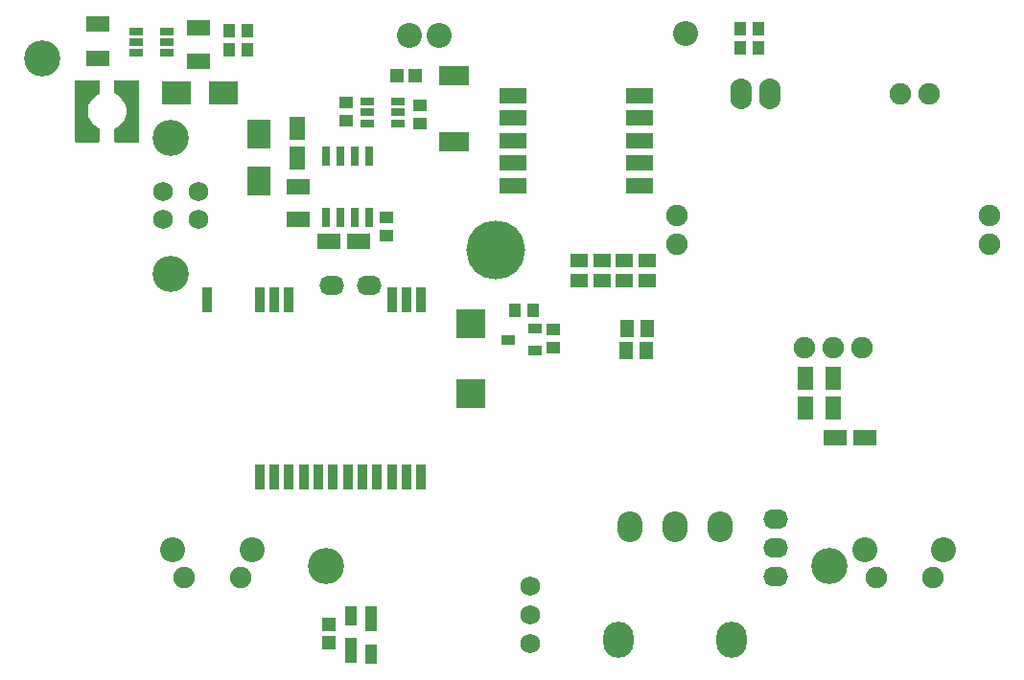
<source format=gbs>
%FSTAX25Y25*%
%MOIN*%
%SFA1B1*%

%IPPOS*%
%ADD65R,0.043430X0.047370*%
%ADD66C,0.068000*%
%ADD67R,0.049340X0.033590*%
%ADD73R,0.047370X0.043430*%
%ADD74R,0.031620X0.069020*%
%ADD76R,0.049340X0.063120*%
%ADD77R,0.047370X0.045400*%
%ADD79R,0.045400X0.047370*%
%ADD84R,0.063120X0.049340*%
%ADD85C,0.086740*%
%ADD86C,0.074930*%
%ADD87O,0.074930X0.106420*%
%ADD88O,0.086740X0.068000*%
%ADD89O,0.106420X0.126110*%
%ADD90O,0.086740X0.106420*%
%ADD91C,0.126110*%
%ADD92C,0.204850*%
%ADD93O,0.086740X0.068000*%
%ADD94R,0.078870X0.102490*%
%ADD95R,0.078870X0.053280*%
%ADD96R,0.078870X0.057210*%
%ADD97R,0.094610X0.057210*%
%ADD98R,0.057210X0.078870*%
%ADD99R,0.051310X0.029650*%
%ADD100R,0.025720X0.067060*%
%ADD101R,0.078870X0.053280*%
%ADD102R,0.049340X0.031620*%
%ADD103R,0.102490X0.078870*%
%ADD104R,0.027690X0.027690*%
%ADD105R,0.104460X0.100520*%
%ADD106R,0.041470X0.067060*%
%ADD107R,0.041470X0.090680*%
%ADD108R,0.035560X0.086740*%
%LNmain_pcb-1*%
%LPD*%
G36*
X0215997Y0402563D02*
X0216049Y0402553D01*
X0216098Y0402536*
X0216145Y0402513*
X0216189Y0402483*
X0216229Y0402449*
X0216263Y0402409*
X0216292Y0402366*
X0216315Y0402319*
X0216332Y0402269*
X0216342Y0402218*
X0216346Y0402165*
Y0398174*
X0216345Y0398165*
X0216346Y0398156*
X0216344Y0398139*
X0216342Y0398122*
X0216341Y0398113*
X021634Y0398104*
X0216336Y0398087*
X0216332Y0398071*
X0216329Y0398062*
X0216327Y0398053*
X0216321Y0398037*
X0216315Y0398021*
X0216311Y0398013*
X0216308Y0398004*
X02163Y0397989*
X0216292Y0397974*
X0216287Y0397966*
X0216283Y0397958*
X0216272Y0397944*
X0216263Y039793*
X0216257Y0397923*
X0216251Y0397916*
X021624Y0397904*
X0216229Y0397891*
X0216221Y0397885*
X0216215Y0397878*
X0216202Y0397868*
X0216189Y0397856*
X0216181Y0397851*
X0216174Y0397845*
X021616Y0397837*
X0216145Y0397827*
X0216137Y0397823*
X0216129Y0397818*
X0215556Y0397522*
X0214515Y0396779*
X021364Y039586*
X0212955Y0394792*
X0212484Y0393613*
X0212244Y0392367*
Y0391098*
X0212484Y0389851*
X0212955Y0388673*
X0213641Y0387605*
X0214515Y0386685*
X0215556Y0385943*
X0216129Y0385646*
X0216137Y0385641*
X0216145Y0385637*
X021616Y0385628*
X0216174Y0385619*
X0216181Y0385613*
X0216189Y0385608*
X0216202Y0385597*
X0216215Y0385586*
X0216221Y038558*
X0216229Y0385574*
X021624Y0385561*
X0216251Y0385549*
X0216257Y0385541*
X0216263Y0385534*
X0216272Y038552*
X0216283Y0385506*
X0216287Y0385498*
X0216292Y038549*
X02163Y0385475*
X0216308Y038546*
X0216311Y0385452*
X0216315Y0385443*
X0216321Y0385427*
X0216327Y0385412*
X0216329Y0385403*
X0216332Y0385394*
X0216336Y0385377*
X021634Y0385361*
X0216341Y0385352*
X0216342Y0385342*
X0216344Y0385325*
X0216346Y0385309*
X0216345Y0385299*
X0216346Y038529*
Y0381299*
X0216342Y0381247*
X0216332Y0381195*
X0216315Y0381146*
X0216292Y0381099*
X0216263Y0381055*
X0216229Y0381016*
X0216189Y0380981*
X0216145Y0380952*
X0216098Y0380929*
X0216049Y0380912*
X0215997Y0380902*
X0215945Y0380898*
X0208071*
X0208019Y0380902*
X0207967Y0380912*
X0207918Y0380929*
X0207871Y0380952*
X0207827Y0380981*
X0207788Y0381016*
X0207753Y0381055*
X0207724Y0381099*
X0207701Y0381146*
X0207684Y0381195*
X0207674Y0381247*
X020767Y0381299*
Y0402165*
X0207674Y0402218*
X0207684Y0402269*
X0207701Y0402319*
X0207724Y0402366*
X0207753Y0402409*
X0207788Y0402449*
X0207827Y0402483*
X0207871Y0402513*
X0207918Y0402536*
X0207967Y0402553*
X0208019Y0402563*
X0208071Y0402566*
X0215945*
X0215997Y0402563*
G37*
G36*
X0229777D02*
X0229828Y0402553D01*
X0229878Y0402536*
X0229925Y0402513*
X0229969Y0402483*
X0230008Y0402449*
X0230043Y0402409*
X0230072Y0402366*
X0230095Y0402319*
X0230112Y0402269*
X0230122Y0402218*
X0230125Y0402165*
Y0381299*
X0230122Y0381247*
X0230112Y0381195*
X0230095Y0381146*
X0230072Y0381099*
X0230043Y0381055*
X0230008Y0381016*
X0229969Y0380981*
X0229925Y0380952*
X0229878Y0380929*
X0229828Y0380912*
X0229777Y0380902*
X0229725Y0380898*
X0221851*
X0221798Y0380902*
X0221747Y0380912*
X0221697Y0380929*
X022165Y0380952*
X0221606Y0380981*
X0221567Y0381016*
X0221533Y0381055*
X0221503Y0381099*
X022148Y0381146*
X0221463Y0381195*
X0221453Y0381247*
X022145Y0381299*
Y038529*
Y0385299*
Y0385309*
X0221452Y0385326*
X0221453Y0385342*
X0221455Y0385352*
X0221456Y0385361*
X022146Y0385377*
X0221463Y0385394*
X0221466Y0385403*
X0221469Y0385412*
X0221475Y0385427*
X022148Y0385443*
X0221484Y0385452*
X0221488Y038546*
X0221496Y0385475*
X0221503Y038549*
X0221509Y0385498*
X0221513Y0385506*
X0221523Y038552*
X0221533Y0385534*
X0221539Y0385541*
X0221544Y0385549*
X0221556Y0385561*
X0221567Y0385574*
X0221574Y038558*
X0221581Y0385586*
X0221594Y0385597*
X0221606Y0385608*
X0221614Y0385613*
X0221621Y0385619*
X0221636Y0385628*
X022165Y0385637*
X0221658Y0385641*
X0221666Y0385646*
X0222239Y0385943*
X022328Y0386685*
X0224155Y0387605*
X022484Y0388673*
X0225312Y0389851*
X0225552Y0391098*
Y0392367*
X0225312Y0393613*
X022484Y0394792*
X0224155Y039586*
X022328Y0396779*
X0222239Y0397522*
X0221666Y0397818*
X0221658Y0397823*
X022165Y0397827*
X0221636Y0397837*
X0221621Y0397845*
X0221614Y0397851*
X0221606Y0397856*
X0221594Y0397868*
X0221581Y0397878*
X0221574Y0397885*
X0221567Y0397891*
X0221556Y0397904*
X0221544Y0397916*
X0221539Y0397923*
X0221533Y039793*
X0221523Y0397944*
X0221513Y0397958*
X0221509Y0397966*
X0221503Y0397974*
X0221496Y0397989*
X0221488Y0398004*
X0221484Y0398013*
X022148Y0398021*
X0221475Y0398037*
X0221469Y0398053*
X0221466Y0398062*
X0221463Y0398071*
X022146Y0398087*
X0221456Y0398104*
X0221455Y0398113*
X0221453Y0398122*
X0221452Y0398139*
X022145Y0398156*
Y0398165*
Y0398174*
Y0398175*
Y0402165*
X0221453Y0402218*
X0221463Y0402269*
X022148Y0402319*
X0221503Y0402366*
X0221533Y0402409*
X0221567Y0402449*
X0221606Y0402483*
X022165Y0402513*
X0221697Y0402536*
X0221747Y0402553*
X0221798Y0402563*
X0221851Y0402566*
X0229725*
X0229777Y0402563*
G37*
G54D65*
X0445276Y0413779D03*
X0438976D03*
Y0420472D03*
X0445276D03*
X0267717Y0412992D03*
X0261417D03*
Y0419685D03*
X0267717D03*
X036063Y0322441D03*
X0366929D03*
G54D66*
X0366142Y0206535D03*
Y0216535D03*
Y0226535D03*
X0250787Y0353995D03*
Y0363838D03*
X0238189Y0353995D03*
Y0363838D03*
G54D67*
X0358465Y0312205D03*
X036752Y0308465D03*
Y0315945D03*
G54D73*
X0301969Y0388583D03*
Y0394882D03*
X0327559Y0387402D03*
Y0393701D03*
X0316142Y0348425D03*
Y0354724D03*
X0374016Y0315748D03*
Y0309449D03*
G54D74*
X0294862Y0375984D03*
X0299862D03*
X0304862D03*
X0309862D03*
X0294862Y0354724D03*
X0299862D03*
X0304862D03*
X0309862D03*
G54D76*
X0399606Y0316142D03*
X0406693D03*
X0399213Y0308268D03*
X0406299D03*
G54D77*
X0296063Y0206693D03*
Y0212992D03*
G54D79*
X0319685Y0403937D03*
X0325984D03*
G54D84*
X0406693Y0332677D03*
Y0339764D03*
X0398721Y0332677D03*
Y0339764D03*
X0390846D03*
Y0332677D03*
X0383071D03*
Y0339764D03*
G54D85*
X0509809Y0239173D03*
X048225D03*
X0241699D03*
X0269258D03*
X0324016Y041811D03*
X0334252D03*
X0420079Y0418898D03*
G54D86*
X0505872Y0229331D03*
X0486187D03*
X0245636D03*
X0265321D03*
X0494685Y0397677D03*
X0504685D03*
X0416929Y0355315D03*
Y0345315D03*
X0525591Y0355315D03*
Y0345315D03*
X0461378Y0309409D03*
X0471378D03*
X0481378D03*
G54D87*
X0449409Y0397677D03*
X0439409D03*
G54D88*
X0451181Y0249606D03*
Y0239764D03*
Y0229921D03*
G54D89*
X0436024Y0207677D03*
X0396654D03*
G54D90*
X0432087Y0247047D03*
X0416339D03*
X0400591D03*
G54D91*
X0196457Y0410236D03*
X0470079Y0233465D03*
X0294882D03*
X0240945Y0382361D03*
Y0334961D03*
G54D92*
X0353937Y0343307D03*
G54D93*
X0297047Y0331102D03*
X0310039D03*
G54D94*
X0271654Y036752D03*
Y0383661D03*
G54D95*
X0285433Y0365551D03*
Y0354134D03*
G54D96*
X0296063Y0346457D03*
X0306299D03*
X0472047Y0277953D03*
X0482283D03*
G54D97*
X0403937Y0397244D03*
Y038937D03*
Y0381496D03*
Y0373622D03*
Y0365748D03*
X0359842D03*
Y0373622D03*
Y0381496D03*
Y038937D03*
Y0397244D03*
G54D98*
X047126Y0288583D03*
Y0298819D03*
X0461811Y0288583D03*
Y0298819D03*
X0285039Y0385827D03*
Y037559D03*
G54D99*
X0309252Y0395079D03*
Y0391339D03*
Y0387598D03*
X0319882D03*
Y0391339D03*
Y0395079D03*
G54D100*
X0343209Y0403937D03*
X034065D03*
X033809D03*
X0335531D03*
Y0381102D03*
X033809D03*
X034065D03*
X0343209D03*
G54D101*
X0250787Y0409055D03*
Y0420866D03*
X0215748Y0422047D03*
Y0410236D03*
G54D102*
X0228937Y0412008D03*
Y0415748D03*
Y0419488D03*
X0239567D03*
Y0415748D03*
Y0412008D03*
G54D103*
X0259252Y0398031D03*
X024311D03*
G54D104*
X0227745Y0391732D03*
X0210051D03*
G54D105*
X0345276Y0317717D03*
Y0293307D03*
G54D106*
X031065Y0202756D03*
X0303761Y0216142D03*
G54D107*
X0303761Y0203937D03*
X031065Y0214961D03*
G54D108*
X032815Y026437D03*
X0323031D03*
X0317913D03*
X0312795D03*
X0307677D03*
X0302559D03*
X0297441D03*
X0292323D03*
X0287205D03*
X0282087D03*
X0276969D03*
X027185D03*
Y0326181D03*
X0276969D03*
X0282087D03*
X0317913D03*
X0323031D03*
X032815D03*
X025374D03*
M02*
</source>
